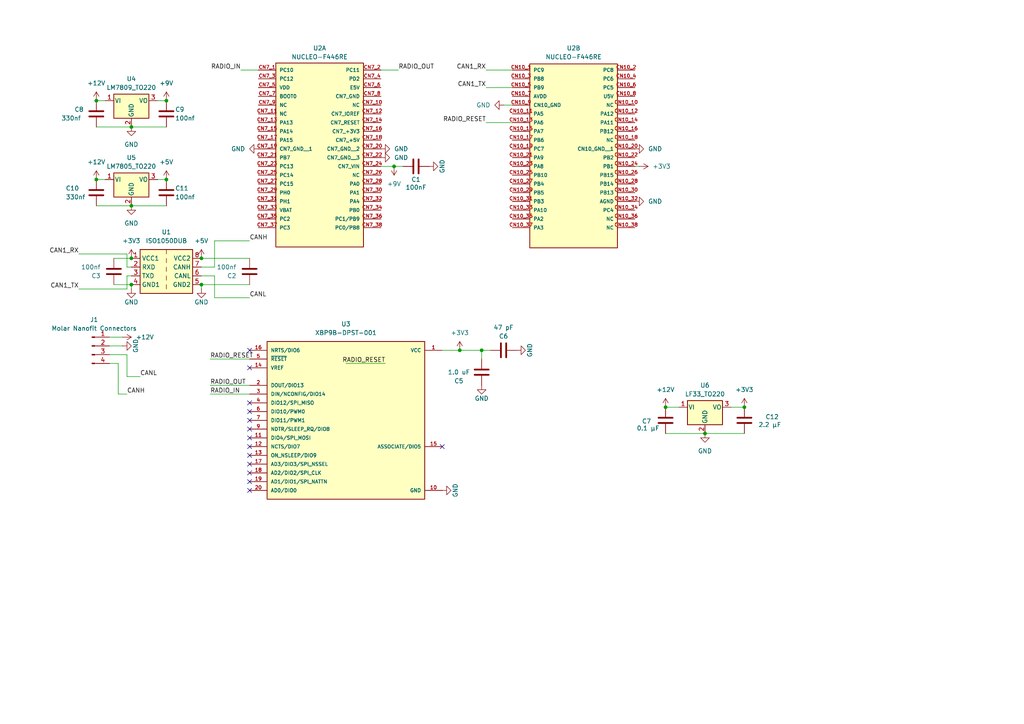
<source format=kicad_sch>
(kicad_sch (version 20231120) (generator "eeschema") (generator_version "8.0")
  (paper "A4")
  (title_block (title "Live Telemetry Testing Board") (rev "1.0"))
  (lib_symbols
    (symbol "Connector:Conn_01x04_Pin" (pin_names (offset 1.016) hide)
      (property "Reference" "J" (at 0 5.08 0))
      (property "Value" "Conn_01x04_Pin" (at 0 -7.62 0))
      (symbol "Conn_01x04_Pin_1_1"
        (polyline (pts (xy 1.27 -5.08) (xy 0.8636 -5.08)) (stroke (width 0.1524)))
        (polyline (pts (xy 1.27 -2.54) (xy 0.8636 -2.54)) (stroke (width 0.1524)))
        (polyline (pts (xy 1.27 0) (xy 0.8636 0)) (stroke (width 0.1524)))
        (polyline (pts (xy 1.27 2.54) (xy 0.8636 2.54)) (stroke (width 0.1524)))
        (rectangle (start 0.8636 -4.953) (end 0 -5.207) (stroke (width 0.1524)) (fill (type outline)))
        (rectangle (start 0.8636 -2.413) (end 0 -2.667) (stroke (width 0.1524)) (fill (type outline)))
        (rectangle (start 0.8636 0.127) (end 0 -0.127) (stroke (width 0.1524)) (fill (type outline)))
        (rectangle (start 0.8636 2.667) (end 0 2.413) (stroke (width 0.1524)) (fill (type outline)))
        (pin passive line (at 5.08 2.54 180) (length 3.81) (name "Pin_1") (number "1"))
        (pin passive line (at 5.08 0 180) (length 3.81) (name "Pin_2") (number "2"))
        (pin passive line (at 5.08 -2.54 180) (length 3.81) (name "Pin_3") (number "3"))
        (pin passive line (at 5.08 -5.08 180) (length 3.81) (name "Pin_4") (number "4"))
      )
    )
    (symbol "Device:C" (pin_numbers hide) (pin_names (offset 0.254))
      (property "Reference" "C" (at 0.635 2.54 0))
      (property "Value" "C" (at 0.635 -2.54 0))
      (symbol "C_0_1"
        (polyline (pts (xy -2.032 -0.762) (xy 2.032 -0.762)) (stroke (width 0.508)))
        (polyline (pts (xy -2.032 0.762) (xy 2.032 0.762)) (stroke (width 0.508)))
      )
      (symbol "C_1_1"
        (pin passive line (at 0 3.81 270) (length 2.794) (name "~") (number "1"))
        (pin passive line (at 0 -3.81 90) (length 2.794) (name "~") (number "2"))
      )
    )
    (symbol "FS_3_Global_Symbol_Library:NUCLEO-F446RE" (pin_names (offset 1.016))
      (property "Reference" "U" (at -12.446 26.67 0))
      (property "Value" "NUCLEO-F446RE" (at -8.382 -24.384 0))
      (symbol "NUCLEO-F446RE_1_0"
        (rectangle (start -12.7 26.162) (end 12.7 -27.178) (stroke (width 0.254)) (fill (type background)))
        (pin bidirectional line (at -17.78 24.13 0) (length 5.08) (name "PC10") (number "CN7_1"))
        (pin free line (at 17.78 13.97 180) (length 5.08) (name "NC") (number "CN7_10"))
        (pin free line (at -17.78 11.43 0) (length 5.08) (name "NC") (number "CN7_11"))
        (pin bidirectional line (at 17.78 11.43 180) (length 5.08) (name "CN7_IOREF") (number "CN7_12"))
        (pin bidirectional line (at -17.78 8.89 0) (length 5.08) (name "PA13") (number "CN7_13"))
        (pin bidirectional line (at 17.78 8.89 180) (length 5.08) (name "CN7_RESET") (number "CN7_14"))
        (pin bidirectional line (at -17.78 6.35 0) (length 5.08) (name "PA14") (number "CN7_15"))
        (pin power_out line (at 17.78 6.35 180) (length 5.08) (name "CN7_+3V3") (number "CN7_16"))
        (pin bidirectional line (at -17.78 3.81 0) (length 5.08) (name "PA15") (number "CN7_17"))
        (pin power_in line (at 17.78 3.81 180) (length 5.08) (name "CN7_+5V") (number "CN7_18"))
        (pin power_in line (at -17.78 1.27 0) (length 5.08) (name "CN7_GND__1") (number "CN7_19"))
        (pin bidirectional line (at 17.78 24.13 180) (length 5.08) (name "PC11") (number "CN7_2"))
        (pin power_in line (at 17.78 1.27 180) (length 5.08) (name "CN7_GND__2") (number "CN7_20"))
        (pin bidirectional line (at -17.78 -1.27 0) (length 5.08) (name "PB7") (number "CN7_21"))
        (pin power_in line (at 17.78 -1.27 180) (length 5.08) (name "CN7_GND__3") (number "CN7_22"))
        (pin bidirectional line (at -17.78 -3.81 0) (length 5.08) (name "PC13") (number "CN7_23"))
        (pin power_in line (at 17.78 -3.81 180) (length 5.08) (name "CN7_VIN") (number "CN7_24"))
        (pin bidirectional line (at -17.78 -6.35 0) (length 5.08) (name "PC14") (number "CN7_25"))
        (pin free line (at 17.78 -6.35 180) (length 5.08) (name "NC") (number "CN7_26"))
        (pin bidirectional line (at -17.78 -8.89 0) (length 5.08) (name "PC15") (number "CN7_27"))
        (pin bidirectional line (at 17.78 -8.89 180) (length 5.08) (name "PA0") (number "CN7_28"))
        (pin bidirectional line (at -17.78 -11.43 0) (length 5.08) (name "PH0") (number "CN7_29"))
        (pin bidirectional line (at -17.78 21.59 0) (length 5.08) (name "PC12") (number "CN7_3"))
        (pin bidirectional line (at 17.78 -11.43 180) (length 5.08) (name "PA1") (number "CN7_30"))
        (pin bidirectional line (at -17.78 -13.97 0) (length 5.08) (name "PH1") (number "CN7_31"))
        (pin bidirectional line (at 17.78 -13.97 180) (length 5.08) (name "PA4") (number "CN7_32"))
        (pin power_in line (at -17.78 -16.51 0) (length 5.08) (name "VBAT") (number "CN7_33"))
        (pin bidirectional line (at 17.78 -16.51 180) (length 5.08) (name "PB0") (number "CN7_34"))
        (pin bidirectional line (at -17.78 -19.05 0) (length 5.08) (name "PC2") (number "CN7_35"))
        (pin bidirectional line (at 17.78 -19.05 180) (length 5.08) (name "PC1/PB9") (number "CN7_36"))
        (pin bidirectional line (at -17.78 -21.59 0) (length 5.08) (name "PC3") (number "CN7_37"))
        (pin bidirectional line (at 17.78 -21.59 180) (length 5.08) (name "PC0/PB8") (number "CN7_38"))
        (pin bidirectional line (at 17.78 21.59 180) (length 5.08) (name "PD2") (number "CN7_4"))
        (pin power_in line (at -17.78 19.05 0) (length 5.08) (name "VDD") (number "CN7_5"))
        (pin power_in line (at 17.78 19.05 180) (length 5.08) (name "E5V") (number "CN7_6"))
        (pin bidirectional line (at -17.78 16.51 0) (length 5.08) (name "BOOT0") (number "CN7_7"))
        (pin power_in line (at 17.78 16.51 180) (length 5.08) (name "CN7_GND") (number "CN7_8"))
        (pin free line (at -17.78 13.97 0) (length 5.08) (name "NC") (number "CN7_9"))
      )
      (symbol "NUCLEO-F446RE_2_0"
        (rectangle (start -12.7 25.908) (end 12.7 -27.432) (stroke (width 0.254)) (fill (type background)))
        (pin bidirectional line (at -17.78 24.13 0) (length 5.08) (name "PC9") (number "CN10_1"))
        (pin free line (at 17.78 13.97 180) (length 5.08) (name "NC") (number "CN10_10"))
        (pin bidirectional line (at -17.78 11.43 0) (length 5.08) (name "PA5") (number "CN10_11"))
        (pin bidirectional line (at 17.78 11.43 180) (length 5.08) (name "PA12") (number "CN10_12"))
        (pin bidirectional line (at -17.78 8.89 0) (length 5.08) (name "PA6") (number "CN10_13"))
        (pin bidirectional line (at 17.78 8.89 180) (length 5.08) (name "PA11") (number "CN10_14"))
        (pin bidirectional line (at -17.78 6.35 0) (length 5.08) (name "PA7") (number "CN10_15"))
        (pin bidirectional line (at 17.78 6.35 180) (length 5.08) (name "PB12") (number "CN10_16"))
        (pin bidirectional line (at -17.78 3.81 0) (length 5.08) (name "PB6") (number "CN10_17"))
        (pin free line (at 17.78 3.81 180) (length 5.08) (name "NC") (number "CN10_18"))
        (pin bidirectional line (at -17.78 1.27 0) (length 5.08) (name "PC7") (number "CN10_19"))
        (pin bidirectional line (at 17.78 24.13 180) (length 5.08) (name "PC8") (number "CN10_2"))
        (pin power_in line (at 17.78 1.27 180) (length 5.08) (name "CN10_GND__1") (number "CN10_20"))
        (pin bidirectional line (at -17.78 -1.27 0) (length 5.08) (name "PA9") (number "CN10_21"))
        (pin bidirectional line (at 17.78 -1.27 180) (length 5.08) (name "PB2") (number "CN10_22"))
        (pin bidirectional line (at -17.78 -3.81 0) (length 5.08) (name "PA8") (number "CN10_23"))
        (pin bidirectional line (at 17.78 -3.81 180) (length 5.08) (name "PB1") (number "CN10_24"))
        (pin bidirectional line (at -17.78 -6.35 0) (length 5.08) (name "PB10") (number "CN10_25"))
        (pin bidirectional line (at 17.78 -6.35 180) (length 5.08) (name "PB15") (number "CN10_26"))
        (pin bidirectional line (at -17.78 -8.89 0) (length 5.08) (name "PB4") (number "CN10_27"))
        (pin bidirectional line (at 17.78 -8.89 180) (length 5.08) (name "PB14") (number "CN10_28"))
        (pin bidirectional line (at -17.78 -11.43 0) (length 5.08) (name "PB5") (number "CN10_29"))
        (pin bidirectional line (at -17.78 21.59 0) (length 5.08) (name "PB8") (number "CN10_3"))
        (pin bidirectional line (at 17.78 -11.43 180) (length 5.08) (name "PB13") (number "CN10_30"))
        (pin bidirectional line (at -17.78 -13.97 0) (length 5.08) (name "PB3") (number "CN10_31"))
        (pin power_in line (at 17.78 -13.97 180) (length 5.08) (name "AGND") (number "CN10_32"))
        (pin bidirectional line (at -17.78 -16.51 0) (length 5.08) (name "PA10") (number "CN10_33"))
        (pin bidirectional line (at 17.78 -16.51 180) (length 5.08) (name "PC4") (number "CN10_34"))
        (pin bidirectional line (at -17.78 -19.05 0) (length 5.08) (name "PA2") (number "CN10_35"))
        (pin free line (at 17.78 -19.05 180) (length 5.08) (name "NC") (number "CN10_36"))
        (pin bidirectional line (at -17.78 -21.59 0) (length 5.08) (name "PA3") (number "CN10_37"))
        (pin free line (at 17.78 -21.59 180) (length 5.08) (name "NC") (number "CN10_38"))
        (pin bidirectional line (at 17.78 21.59 180) (length 5.08) (name "PC6") (number "CN10_4"))
        (pin bidirectional line (at -17.78 19.05 0) (length 5.08) (name "PB9") (number "CN10_5"))
        (pin bidirectional line (at 17.78 19.05 180) (length 5.08) (name "PC5") (number "CN10_6"))
        (pin power_in line (at -17.78 16.51 0) (length 5.08) (name "AVDD") (number "CN10_7"))
        (pin power_in line (at 17.78 16.51 180) (length 5.08) (name "U5V") (number "CN10_8"))
        (pin power_in line (at -17.78 13.97 0) (length 5.08) (name "CN10_GND") (number "CN10_9"))
      )
    )
    (symbol "FS_3_Global_Symbol_Library:XBP9B-DPST-001" (pin_names (offset 1.016))
      (property "Reference" "U" (at -22.9283 25.476 0))
      (property "Value" "XBP9B-DPST-001" (at -22.8929 -25.4366 0))
      (symbol "XBP9B-DPST-001_0_0"
        (rectangle (start -22.86 -22.86) (end 22.86 22.86) (stroke (width 0.254)) (fill (type background)))
        (pin power_in line (at 27.94 20.32 180) (length 5.08) (name "VCC") (number "1"))
        (pin power_in line (at 27.94 -20.32 180) (length 5.08) (name "GND") (number "10"))
        (pin bidirectional line (at -27.94 -5.08 0) (length 5.08) (name "DIO4/SPI_MOSI") (number "11"))
        (pin bidirectional line (at -27.94 -7.62 0) (length 5.08) (name "NCTS/DIO7") (number "12"))
        (pin bidirectional line (at -27.94 -10.16 0) (length 5.08) (name "ON_NSLEEP/DIO9") (number "13"))
        (pin input line (at -27.94 15.24 0) (length 5.08) (name "VREF") (number "14"))
        (pin output line (at 27.94 -7.62 180) (length 5.08) (name "ASSOCIATE/DIO5") (number "15"))
        (pin input line (at -27.94 20.32 0) (length 5.08) (name "NRTS/DIO6") (number "16"))
        (pin bidirectional line (at -27.94 -12.7 0) (length 5.08) (name "AD3/DIO3/SPI_NSSEL") (number "17"))
        (pin bidirectional line (at -27.94 -15.24 0) (length 5.08) (name "AD2/DIO2/SPI_CLK") (number "18"))
        (pin bidirectional line (at -27.94 -17.78 0) (length 5.08) (name "AD1/DIO1/SPI_NATTN") (number "19"))
        (pin bidirectional line (at -27.94 10.16 0) (length 5.08) (name "DOUT/DIO13") (number "2"))
        (pin bidirectional line (at -27.94 -20.32 0) (length 5.08) (name "AD0/DIO0") (number "20"))
        (pin bidirectional line (at -27.94 7.62 0) (length 5.08) (name "DIN/NCONFIG/DIO14") (number "3"))
        (pin bidirectional line (at -27.94 5.08 0) (length 5.08) (name "DIO12/SPI_MISO") (number "4"))
        (pin input line (at -27.94 17.78 0) (length 5.08) (name "~{RESET}") (number "5"))
        (pin bidirectional line (at -27.94 2.54 0) (length 5.08) (name "DIO10/PWM0") (number "6"))
        (pin bidirectional line (at -27.94 0 0) (length 5.08) (name "DIO11/PWM1") (number "7"))
        (pin bidirectional line (at -27.94 -2.54 0) (length 5.08) (name "NDTR/SLEEP_RQ/DIO8") (number "9"))
      )
    )
    (symbol "Interface_CAN_LIN:ISO1050DUB"
      (property "Reference" "U" (at -6.35 6.35 0))
      (property "Value" "ISO1050DUB" (at 2.54 6.35 0))
      (symbol "ISO1050DUB_0_1"
        (rectangle (start -7.62 5.08) (end 7.62 -7.62) (stroke (width 0.254)) (fill (type background)))
        (polyline (pts (xy 0 -5.08) (xy 0 -6.35)))
        (polyline (pts (xy 0 -2.54) (xy 0 -3.81)))
        (polyline (pts (xy 0 0) (xy 0 -1.27)))
        (polyline (pts (xy 0 2.54) (xy 0 1.27)))
        (polyline (pts (xy 0 5.08) (xy 0 3.81)))
      )
      (symbol "ISO1050DUB_1_1"
        (pin power_in line (at -10.16 2.54 0) (length 2.54) (name "VCC1") (number "1"))
        (pin output line (at -10.16 0 0) (length 2.54) (name "RXD") (number "2"))
        (pin input line (at -10.16 -2.54 0) (length 2.54) (name "TXD") (number "3"))
        (pin power_in line (at -10.16 -5.08 0) (length 2.54) (name "GND1") (number "4"))
        (pin power_in line (at 10.16 -5.08 180) (length 2.54) (name "GND2") (number "5"))
        (pin bidirectional line (at 10.16 -2.54 180) (length 2.54) (name "CANL") (number "6"))
        (pin bidirectional line (at 10.16 0 180) (length 2.54) (name "CANH") (number "7"))
        (pin power_in line (at 10.16 2.54 180) (length 2.54) (name "VCC2") (number "8"))
      )
    )
    (symbol "Regulator_Linear:LF33_TO220" (pin_names (offset 0.254))
      (property "Reference" "U" (at -3.81 3.175 0))
      (property "Value" "LF33_TO220" (at 0 3.175 0))
      (symbol "LF33_TO220_0_1"
        (rectangle (start -5.08 1.905) (end 5.08 -5.08) (stroke (width 0.254)) (fill (type background)))
      )
      (symbol "LF33_TO220_1_1"
        (pin power_in line (at -7.62 0 0) (length 2.54) (name "VI") (number "1"))
        (pin power_in line (at 0 -7.62 90) (length 2.54) (name "GND") (number "2"))
        (pin power_out line (at 7.62 0 180) (length 2.54) (name "VO") (number "3"))
      )
    )
    (symbol "Regulator_Linear:LM7805_TO220" (pin_names (offset 0.254))
      (property "Reference" "U" (at -3.81 3.175 0))
      (property "Value" "LM7805_TO220" (at 0 3.175 0))
      (symbol "LM7805_TO220_0_1"
        (rectangle (start -5.08 1.905) (end 5.08 -5.08) (stroke (width 0.254)) (fill (type background)))
      )
      (symbol "LM7805_TO220_1_1"
        (pin power_in line (at -7.62 0 0) (length 2.54) (name "VI") (number "1"))
        (pin power_in line (at 0 -7.62 90) (length 2.54) (name "GND") (number "2"))
        (pin power_out line (at 7.62 0 180) (length 2.54) (name "VO") (number "3"))
      )
    )
    (symbol "Regulator_Linear:LM7809_TO220" (pin_names (offset 0.254))
      (property "Reference" "U" (at -3.81 3.175 0))
      (property "Value" "LM7809_TO220" (at 0 3.175 0))
      (symbol "LM7809_TO220_0_1"
        (rectangle (start -5.08 1.905) (end 5.08 -5.08) (stroke (width 0.254)) (fill (type background)))
      )
      (symbol "LM7809_TO220_1_1"
        (pin power_in line (at -7.62 0 0) (length 2.54) (name "VI") (number "1"))
        (pin power_in line (at 0 -7.62 90) (length 2.54) (name "GND") (number "2"))
        (pin power_out line (at 7.62 0 180) (length 2.54) (name "VO") (number "3"))
      )
    )
    (symbol "power:+12V" (power) (pin_numbers hide) (pin_names (offset 0) hide)
      (property "Value" "+12V" (at 0 3.556 0))
      (symbol "+12V_0_1"
        (polyline (pts (xy -0.762 1.27) (xy 0 2.54)))
        (polyline (pts (xy 0 0) (xy 0 2.54)))
        (polyline (pts (xy 0 2.54) (xy 0.762 1.27)))
      )
      (symbol "+12V_1_1"
        (pin power_in line (at 0 0 90) (length 0) (name "~") (number "1"))
      )
    )
    (symbol "power:+3V3" (power) (pin_numbers hide) (pin_names (offset 0) hide)
      (property "Value" "+3V3" (at 0 3.556 0))
      (symbol "+3V3_0_1"
        (polyline (pts (xy -0.762 1.27) (xy 0 2.54)))
        (polyline (pts (xy 0 0) (xy 0 2.54)))
        (polyline (pts (xy 0 2.54) (xy 0.762 1.27)))
      )
      (symbol "+3V3_1_1"
        (pin power_in line (at 0 0 90) (length 0) (name "~") (number "1"))
      )
    )
    (symbol "power:+5V" (power) (pin_numbers hide) (pin_names (offset 0) hide)
      (property "Value" "+5V" (at 0 3.556 0))
      (symbol "+5V_0_1"
        (polyline (pts (xy -0.762 1.27) (xy 0 2.54)))
        (polyline (pts (xy 0 0) (xy 0 2.54)))
        (polyline (pts (xy 0 2.54) (xy 0.762 1.27)))
      )
      (symbol "+5V_1_1"
        (pin power_in line (at 0 0 90) (length 0) (name "~") (number "1"))
      )
    )
    (symbol "power:+9V" (power) (pin_numbers hide) (pin_names (offset 0) hide)
      (property "Value" "+9V" (at 0 3.556 0))
      (symbol "+9V_0_1"
        (polyline (pts (xy -0.762 1.27) (xy 0 2.54)))
        (polyline (pts (xy 0 0) (xy 0 2.54)))
        (polyline (pts (xy 0 2.54) (xy 0.762 1.27)))
      )
      (symbol "+9V_1_1"
        (pin power_in line (at 0 0 90) (length 0) (name "~") (number "1"))
      )
    )
    (symbol "power:GND" (power) (pin_numbers hide) (pin_names (offset 0) hide)
      (property "Value" "GND" (at 0 -3.81 0))
      (symbol "GND_0_1"
        (polyline (pts (xy 0 0) (xy 0 -1.27) (xy 1.27 -1.27) (xy 0 -2.54) (xy -1.27 -1.27) (xy 0 -1.27)))
      )
      (symbol "GND_1_1"
        (pin power_in line (at 0 0 270) (length 0) (name "~") (number "1"))
      )
    )
  )
  (junction (at 204.47 125.73))
  (junction (at 58.42 82.55))
  (junction (at 27.94 52.07))
  (junction (at 139.7 101.6))
  (junction (at 114.3 48.26))
  (junction (at 58.42 74.93))
  (junction (at 48.26 29.21))
  (junction (at 38.1 59.69))
  (junction (at 48.26 52.07))
  (junction (at 38.1 36.83))
  (junction (at 38.1 82.55))
  (junction (at 133.35 101.6))
  (junction (at 215.9 118.11))
  (junction (at 27.94 29.21))
  (junction (at 38.1 74.93))
  (junction (at 193.04 118.11))
  (no_connect (at 72.39 101.6))
  (no_connect (at 72.39 137.16))
  (no_connect (at 72.39 119.38))
  (no_connect (at 72.39 106.68))
  (no_connect (at 72.39 124.46))
  (no_connect (at 72.39 116.84))
  (no_connect (at 72.39 129.54))
  (no_connect (at 72.39 132.08))
  (no_connect (at 72.39 127))
  (no_connect (at 72.39 142.24))
  (no_connect (at 72.39 139.7))
  (no_connect (at 128.27 129.54))
  (no_connect (at 72.39 121.92))
  (no_connect (at 72.39 134.62))
  (wire (pts (xy 110.49 48.26) (xy 114.3 48.26)))
  (wire (pts (xy 45.72 29.21) (xy 48.26 29.21)))
  (wire (pts (xy 204.47 125.73) (xy 215.9 125.73)))
  (wire (pts (xy 62.23 77.47) (xy 62.23 69.85)))
  (wire (pts (xy 36.83 109.22) (xy 40.64 109.22)))
  (wire (pts (xy 31.75 100.33) (xy 35.56 100.33)))
  (wire (pts (xy 62.23 86.36) (xy 72.39 86.36)))
  (wire (pts (xy 36.83 77.47) (xy 36.83 73.66)))
  (wire (pts (xy 139.7 101.6) (xy 142.24 101.6)))
  (wire (pts (xy 60.96 111.76) (xy 72.39 111.76)))
  (wire (pts (xy 58.42 77.47) (xy 62.23 77.47)))
  (wire (pts (xy 72.39 82.55) (xy 58.42 82.55)))
  (wire (pts (xy 31.75 97.79) (xy 35.56 97.79)))
  (wire (pts (xy 27.94 59.69) (xy 38.1 59.69)))
  (wire (pts (xy 60.96 104.14) (xy 72.39 104.14)))
  (wire (pts (xy 111.76 105.41) (xy 100.33 105.41)))
  (wire (pts (xy 140.97 20.32) (xy 148.59 20.32)))
  (wire (pts (xy 38.1 59.69) (xy 48.26 59.69)))
  (wire (pts (xy 34.29 105.41) (xy 31.75 105.41)))
  (wire (pts (xy 27.94 52.07) (xy 30.48 52.07)))
  (wire (pts (xy 114.3 48.26) (xy 116.84 48.26)))
  (wire (pts (xy 31.75 102.87) (xy 36.83 102.87)))
  (wire (pts (xy 22.86 83.82) (xy 36.83 83.82)))
  (wire (pts (xy 38.1 36.83) (xy 48.26 36.83)))
  (wire (pts (xy 184.15 48.26) (xy 185.42 48.26)))
  (wire (pts (xy 22.86 73.66) (xy 36.83 73.66)))
  (wire (pts (xy 148.59 30.48) (xy 146.05 30.48)))
  (wire (pts (xy 27.94 36.83) (xy 38.1 36.83)))
  (wire (pts (xy 110.49 20.32) (xy 115.57 20.32)))
  (wire (pts (xy 38.1 80.01) (xy 36.83 80.01)))
  (wire (pts (xy 36.83 80.01) (xy 36.83 83.82)))
  (wire (pts (xy 38.1 74.93) (xy 33.02 74.93)))
  (wire (pts (xy 38.1 82.55) (xy 38.1 83.82)))
  (wire (pts (xy 140.97 25.4) (xy 148.59 25.4)))
  (wire (pts (xy 212.09 118.11) (xy 215.9 118.11)))
  (wire (pts (xy 34.29 114.3) (xy 34.29 105.41)))
  (wire (pts (xy 27.94 29.21) (xy 30.48 29.21)))
  (wire (pts (xy 193.04 125.73) (xy 204.47 125.73)))
  (wire (pts (xy 62.23 69.85) (xy 72.39 69.85)))
  (wire (pts (xy 140.97 35.56) (xy 148.59 35.56)))
  (wire (pts (xy 38.1 82.55) (xy 33.02 82.55)))
  (wire (pts (xy 62.23 80.01) (xy 62.23 86.36)))
  (wire (pts (xy 38.1 77.47) (xy 36.83 77.47)))
  (wire (pts (xy 36.83 102.87) (xy 36.83 109.22)))
  (wire (pts (xy 58.42 82.55) (xy 58.42 83.82)))
  (wire (pts (xy 34.29 114.3) (xy 36.83 114.3)))
  (wire (pts (xy 45.72 52.07) (xy 48.26 52.07)))
  (wire (pts (xy 128.27 101.6) (xy 133.35 101.6)))
  (wire (pts (xy 58.42 80.01) (xy 62.23 80.01)))
  (wire (pts (xy 69.85 20.32) (xy 74.93 20.32)))
  (wire (pts (xy 193.04 118.11) (xy 196.85 118.11)))
  (wire (pts (xy 133.35 101.6) (xy 139.7 101.6)))
  (wire (pts (xy 60.96 114.3) (xy 72.39 114.3)))
  (wire (pts (xy 72.39 74.93) (xy 58.42 74.93)))
  (wire (pts (xy 139.7 101.6) (xy 139.7 104.14)))
  (label "CAN1_TX" (at 22.86 83.82 180))
  (label "RADIO_OUT" (at 60.96 111.76 0))
  (label "RADIO_RESET" (at 60.96 104.14 0))
  (label "CANH" (at 36.83 114.3 0))
  (label "CANH" (at 72.39 69.85 0))
  (label "RADIO_IN" (at 69.85 20.32 180))
  (label "CANL" (at 72.39 86.36 0))
  (label "RADIO_RESET" (at 111.76 105.41 180))
  (label "RADIO_OUT" (at 115.57 20.32 0))
  (label "CAN1_RX" (at 140.97 20.32 180))
  (label "CAN1_TX" (at 140.97 25.4 180))
  (label "CAN1_RX" (at 22.86 73.66 180))
  (label "CANL" (at 40.64 109.22 0))
  (label "RADIO_RESET" (at 140.97 35.56 180))
  (label "RADIO_IN" (at 60.96 114.3 0))
  (symbol (lib_id "power:+5V") (at 48.26 52.07 0) (unit 1)
    (property "Reference" "#PWR024" (effects (hide yes)))
    (property "Value" "+5V" (at 48.26 46.99 0))
  )
  (symbol (lib_id "power:GND") (at 35.56 100.33 90) (unit 1)
    (property "Reference" "#PWR021" (effects (hide yes)))
    (property "Value" "GND" (at 39.37 100.33 0))
  )
  (symbol (lib_id "power:GND") (at 110.49 43.18 90) (unit 1)
    (property "Reference" "#PWR02" (effects (hide yes)))
    (property "Value" "GND" (at 114.3 43.1799 90) (effects (justify right)))
  )
  (symbol (lib_id "power:+3V3") (at 38.1 74.93 0) (unit 1)
    (property "Reference" "#PWR025" (effects (hide yes)))
    (property "Value" "+3V3" (at 38.1 69.85 0))
    (property "Description" "Power symbol creates a global label with name \"+3V3\"" (effects (hide yes)))
  )
  (symbol (lib_id "power:+12V") (at 35.56 97.79 270) (unit 1)
    (property "Reference" "#PWR020" (effects (hide yes)))
    (property "Value" "+12V" (at 39.37 97.7899 90) (effects (justify left)))
  )
  (symbol (lib_id "Regulator_Linear:LM7809_TO220") (at 38.1 29.21 0) (unit 1)
    (property "Reference" "U4" (at 38.1 22.86 0))
    (property "Value" "LM7809_TO220" (at 38.1 25.4 0))
    (property "Footprint" "Package_TO_SOT_THT:TO-220-3_Vertical" (effects (hide yes)))
    (property "Datasheet" "https://www.onsemi.cn/PowerSolutions/document/MC7800-D.PDF" (effects (hide yes)))
  )
  (symbol (lib_id "Device:C") (at 215.9 121.92 0) (unit 1)
    (property "Reference" "C12" (at 221.996 120.904 0) (effects (justify left)))
    (property "Value" "2.2 µF" (at 219.964 123.19 0) (effects (justify left)))
    (property "Footprint" "Capacitor_SMD:C_0805_2012Metric" (effects (hide yes)))
    (property "Description" "Unpolarized capacitor" (effects (hide yes)))
  )
  (symbol (lib_id "power:GND") (at 184.15 58.42 90) (unit 1)
    (property "Reference" "#PWR01" (effects (hide yes)))
    (property "Value" "GND" (at 187.96 58.4201 90) (effects (justify right)))
  )
  (symbol (lib_id "power:+5V") (at 58.42 74.93 0) (unit 1)
    (property "Reference" "#PWR04" (effects (hide yes)))
    (property "Value" "+5V" (at 58.42 69.85 0))
  )
  (symbol (lib_id "Device:C") (at 139.7 107.95 0) (unit 1)
    (property "Reference" "C5" (at 133.096 110.49 0))
    (property "Value" "1.0 uF" (at 133.096 107.95 0))
    (property "Footprint" "Capacitor_SMD:C_0805_2012Metric_Pad1.18x1.45mm_HandSolder" (effects (hide yes)))
  )
  (symbol (lib_id "Device:C") (at 193.04 121.92 0) (unit 1)
    (property "Reference" "C7" (at 186.182 122.174 0) (effects (justify left)))
    (property "Value" "0.1 µF" (at 184.658 124.206 0) (effects (justify left)))
    (property "Footprint" "Capacitor_SMD:C_0805_2012Metric" (effects (hide yes)))
    (property "Description" "Unpolarized capacitor" (effects (hide yes)))
  )
  (symbol (lib_id "power:+3V3") (at 215.9 118.11 0) (unit 1)
    (property "Reference" "#PWR013" (effects (hide yes)))
    (property "Value" "+3V3" (at 215.9 113.03 0))
    (property "Description" "Power symbol creates a global label with name \"+3V3\"" (effects (hide yes)))
  )
  (symbol (lib_id "Device:C") (at 48.26 33.02 0) (unit 1)
    (property "Reference" "C9" (at 50.8 31.75 0) (effects (justify left)))
    (property "Value" "100nf" (at 50.8 34.29 0) (effects (justify left)))
    (property "Footprint" "Capacitor_SMD:C_0805_2012Metric_Pad1.18x1.45mm_HandSolder" (effects (hide yes)))
  )
  (symbol (lib_id "power:+12V") (at 27.94 52.07 0) (unit 1)
    (property "Reference" "#PWR022" (effects (hide yes)))
    (property "Value" "+12V" (at 27.94 46.99 0))
  )
  (symbol (lib_id "Device:C") (at 48.26 55.88 0) (unit 1)
    (property "Reference" "C11" (at 50.8 54.61 0) (effects (justify left)))
    (property "Value" "100nf" (at 50.8 57.15 0) (effects (justify left)))
    (property "Footprint" "Capacitor_SMD:C_0805_2012Metric_Pad1.18x1.45mm_HandSolder" (effects (hide yes)))
    (property "Datasheet" "https://mm.digikey.com/Volume0/opasdata/d220001/medias/docus/4005/0805B104K101CC.pdf" (effects (hide yes)))
  )
  (symbol (lib_id "Device:C") (at 27.94 55.88 0) (unit 1)
    (property "Reference" "C10" (at 19.05 54.61 0) (effects (justify left)))
    (property "Value" "330nf" (at 19.05 57.15 0) (effects (justify left)))
    (property "Footprint" "Capacitor_SMD:C_0805_2012Metric_Pad1.18x1.45mm_HandSolder" (effects (hide yes)))
    (property "Datasheet" "https://mm.digikey.com/Volume0/opasdata/d220001/medias/docus/4262/0805B334K250CC.pdf" (effects (hide yes)))
  )
  (symbol (lib_id "power:+3V3") (at 133.35 101.6 0) (unit 1)
    (property "Reference" "#PWR015" (effects (hide yes)))
    (property "Value" "+3V3" (at 133.35 96.52 0))
    (property "Description" "Power symbol creates a global label with name \"+3V3\"" (effects (hide yes)))
  )
  (symbol (lib_id "Connector:Conn_01x04_Pin") (at 26.67 100.33 0) (unit 1)
    (property "Reference" "J1" (at 27.305 92.71 0))
    (property "Value" "Molar Nanofit Connectors" (at 27.305 95.25 0))
    (property "Footprint" "Connector_Molex:Molex_Nano-Fit_105309-xx04_1x04_P2.50mm_Vertical" (effects (hide yes)))
    (property "Description" "Generic connector, single row, 01x04, script generated" (effects (hide yes)))
  )
  (symbol (lib_id "power:GND") (at 58.42 83.82 0) (mirror y) (unit 1)
    (property "Reference" "#PWR03" (effects (hide yes)))
    (property "Value" "GND" (at 58.42 87.63 0))
  )
  (symbol (lib_id "Regulator_Linear:LM7805_TO220") (at 38.1 52.07 0) (unit 1)
    (property "Reference" "U5" (at 38.1 45.72 0))
    (property "Value" "LM7805_TO220" (at 38.1 48.26 0))
    (property "Footprint" "Package_TO_SOT_THT:TO-220-3_Vertical" (effects (hide yes)))
    (property "Datasheet" "https://www.onsemi.cn/PowerSolutions/document/MC7800-D.PDF" (effects (hide yes)))
  )
  (symbol (lib_id "power:+12V") (at 27.94 29.21 0) (unit 1)
    (property "Reference" "#PWR017" (effects (hide yes)))
    (property "Value" "+12V" (at 27.94 24.13 0))
  )
  (symbol (lib_id "power:GND") (at 110.49 45.72 90) (unit 1)
    (property "Reference" "#PWR06" (effects (hide yes)))
    (property "Value" "GND" (at 114.3 45.7199 90) (effects (justify right)))
  )
  (symbol (lib_id "power:GND") (at 204.47 125.73 0) (unit 1)
    (property "Reference" "#PWR012" (effects (hide yes)))
    (property "Value" "GND" (at 204.47 130.81 0))
    (property "Description" "Power symbol creates a global label with name \"GND\" , ground" (effects (hide yes)))
  )
  (symbol (lib_id "Interface_CAN_LIN:ISO1050DUB") (at 48.26 77.47 0) (unit 1)
    (property "Reference" "U1" (at 48.26 67.31 0))
    (property "Value" "ISO1050DUB" (at 48.26 69.85 0))
    (property "Footprint" "Package_SO:SOP-8_6.62x9.15mm_P2.54mm" (effects (hide yes)))
    (property "Datasheet" "http://www.ti.com/lit/ds/symlink/iso1050.pdf" (effects (hide yes)))
    (property "Description" "Isolated CAN Transceiver, SOP-8" (effects (hide yes)))
  )
  (symbol (lib_id "power:+3V3") (at 185.42 48.26 270) (unit 1)
    (property "Reference" "#PWR028" (effects (hide yes)))
    (property "Value" "+3V3" (at 189.23 48.2599 90) (effects (justify left)))
    (property "Description" "Power symbol creates a global label with name \"+3V3\"" (effects (hide yes)))
  )
  (symbol (lib_id "power:GND") (at 124.46 48.26 90) (unit 1)
    (property "Reference" "#PWR027" (effects (hide yes)))
    (property "Value" "GND" (at 128.27 48.26 0))
  )
  (symbol (lib_id "power:GND") (at 139.7 111.76 0) (unit 1)
    (property "Reference" "#PWR010" (effects (hide yes)))
    (property "Value" "GND" (at 139.7 115.57 0))
  )
  (symbol (lib_id "Device:C") (at 146.05 101.6 90) (unit 1)
    (property "Reference" "C6" (at 146.05 97.536 90))
    (property "Value" "47 pF" (at 146.05 94.996 90))
    (property "Footprint" "Capacitor_SMD:C_0805_2012Metric_Pad1.18x1.45mm_HandSolder" (effects (hide yes)))
  )
  (symbol (lib_id "power:GND") (at 149.86 101.6 90) (unit 1)
    (property "Reference" "#PWR011" (effects (hide yes)))
    (property "Value" "GND" (at 153.67 101.6 0))
  )
  (symbol (lib_id "FS_3_Global_Symbol_Library:NUCLEO-F446RE") (at 166.37 44.45 0) (unit 2)
    (property "Reference" "U2" (at 166.37 13.97 0))
    (property "Value" "NUCLEO-F446RE" (at 166.37 16.51 0))
    (property "Footprint" "FS_3_Global_Footprint_Library:NUCLEO-F446RE" (effects (hide yes)))
    (property "Description" "NUCLEO with 2 can busses and an STM 32 MCU" (effects (hide yes)))
    (property "PARTREV" "13" (effects (hide yes)))
    (property "STANDARD" "Manufacturer Recommendations" (effects (hide yes)))
    (property "MANUFACTURER" "STMicroelectronics" (effects (hide yes)))
  )
  (symbol (lib_id "Regulator_Linear:LF33_TO220") (at 204.47 118.11 0) (unit 1)
    (property "Reference" "U6" (at 204.47 111.76 0))
    (property "Value" "LF33_TO220" (at 204.47 114.3 0))
    (property "Footprint" "Package_TO_SOT_THT:TO-220-3_Vertical" (effects (hide yes)))
    (property "Datasheet" "http://www.st.com/content/ccc/resource/technical/document/datasheet/c4/0e/7e/2a/be/bc/4c/bd/CD00000546.pdf/files/CD00000546.pdf/jcr:content/translations/en.CD00000546.pdf" (effects (hide yes)))
    (property "Description" "Low-drop Voltage Regulator, Io up to 500mA, Fixed Vo 3.3V, TO-220" (effects (hide yes)))
  )
  (symbol (lib_id "power:GND") (at 74.93 43.18 270) (unit 1)
    (property "Reference" "#PWR07" (effects (hide yes)))
    (property "Value" "GND" (at 71.12 43.1799 90) (effects (justify right)))
  )
  (symbol (lib_id "power:GND") (at 184.15 43.18 90) (unit 1)
    (property "Reference" "#PWR016" (effects (hide yes)))
    (property "Value" "GND" (at 187.96 43.1801 90) (effects (justify right)))
  )
  (symbol (lib_id "Device:C") (at 27.94 33.02 0) (unit 1)
    (property "Reference" "C8" (at 21.59 31.75 0) (effects (justify left)))
    (property "Value" "330nf" (at 17.78 34.29 0) (effects (justify left)))
    (property "Footprint" "Capacitor_SMD:C_0805_2012Metric_Pad1.18x1.45mm_HandSolder" (effects (hide yes)))
  )
  (symbol (lib_id "FS_3_Global_Symbol_Library:NUCLEO-F446RE") (at 92.71 44.45 0) (unit 1)
    (property "Reference" "U2" (at 92.71 13.97 0))
    (property "Value" "NUCLEO-F446RE" (at 92.71 16.51 0))
    (property "Footprint" "FS_3_Global_Footprint_Library:NUCLEO-F446RE" (effects (hide yes)))
    (property "Description" "NUCLEO with 2 can busses and an STM 32 MCU" (effects (hide yes)))
    (property "PARTREV" "13" (effects (hide yes)))
    (property "STANDARD" "Manufacturer Recommendations" (effects (hide yes)))
    (property "MANUFACTURER" "STMicroelectronics" (effects (hide yes)))
  )
  (symbol (lib_id "FS_3_Global_Symbol_Library:XBP9B-DPST-001") (at 100.33 121.92 0) (unit 1)
    (property "Reference" "U3" (at 100.33 93.98 0))
    (property "Value" "XBP9B-DPST-001" (at 100.33 96.52 0))
    (property "Footprint" "FS_3_Global_Footprint_Library:XBP9B-DPST-001" (effects (hide yes)))
    (property "Datasheet" "https://www.digi.com/resources/documentation/digidocs/pdfs/90002173.pdf" (effects (hide yes)))
    (property "Description" "General ISM < 1GHz Transceiver Module 900MHz" (effects (hide yes)))
    (property "MANUFACTURER" "Digi International" (effects (hide yes)))
  )
  (symbol (lib_id "Device:C") (at 72.39 78.74 180) (unit 1)
    (property "Reference" "C2" (at 68.58 80.0101 0) (effects (justify left)))
    (property "Value" "100nf" (at 68.58 77.4701 0) (effects (justify left)))
    (property "Footprint" "Capacitor_SMD:C_0805_2012Metric_Pad1.18x1.45mm_HandSolder" (effects (hide yes)))
  )
  (symbol (lib_id "power:GND") (at 128.27 142.24 90) (unit 1)
    (property "Reference" "#PWR08" (effects (hide yes)))
    (property "Value" "GND" (at 132.08 142.24 0))
  )
  (symbol (lib_id "power:GND") (at 38.1 36.83 0) (unit 1)
    (property "Reference" "#PWR018" (effects (hide yes)))
    (property "Value" "GND" (at 38.1 41.91 0))
  )
  (symbol (lib_id "power:+9V") (at 48.26 29.21 0) (unit 1)
    (property "Reference" "#PWR019" (effects (hide yes)))
    (property "Value" "+9V" (at 48.26 24.13 0))
  )
  (symbol (lib_id "power:GND") (at 38.1 83.82 0) (unit 1)
    (property "Reference" "#PWR05" (effects (hide yes)))
    (property "Value" "GND" (at 38.1 87.63 0))
  )
  (symbol (lib_id "Device:C") (at 33.02 78.74 180) (unit 1)
    (property "Reference" "C3" (at 29.21 80.0101 0) (effects (justify left)))
    (property "Value" "100nf" (at 29.21 77.4701 0) (effects (justify left)))
    (property "Footprint" "Capacitor_SMD:C_0805_2012Metric_Pad1.18x1.45mm_HandSolder" (effects (hide yes)))
  )
  (symbol (lib_id "Device:C") (at 120.65 48.26 90) (unit 1)
    (property "Reference" "C1" (at 120.65 52.07 90))
    (property "Value" "100nF" (at 120.65 54.356 90))
    (property "Footprint" "Capacitor_SMD:C_0805_2012Metric_Pad1.18x1.45mm_HandSolder" (effects (hide yes)))
  )
  (symbol (lib_id "power:GND") (at 38.1 59.69 0) (unit 1)
    (property "Reference" "#PWR023" (effects (hide yes)))
    (property "Value" "GND" (at 38.1 64.77 0))
  )
  (symbol (lib_id "power:+9V") (at 114.3 48.26 180) (unit 1)
    (property "Reference" "#PWR026" (effects (hide yes)))
    (property "Value" "+9V" (at 114.3 53.34 0))
  )
  (symbol (lib_id "power:GND") (at 146.05 30.48 270) (unit 1)
    (property "Reference" "#PWR014" (effects (hide yes)))
    (property "Value" "GND" (at 142.24 30.4799 90) (effects (justify right)))
  )
  (symbol (lib_id "power:+12V") (at 193.04 118.11 0) (unit 1)
    (property "Reference" "#PWR09" (effects (hide yes)))
    (property "Value" "+12V" (at 193.04 113.03 0))
    (property "Description" "Power symbol creates a global label with name \"+12V\"" (effects (hide yes)))
  )
)
</source>
